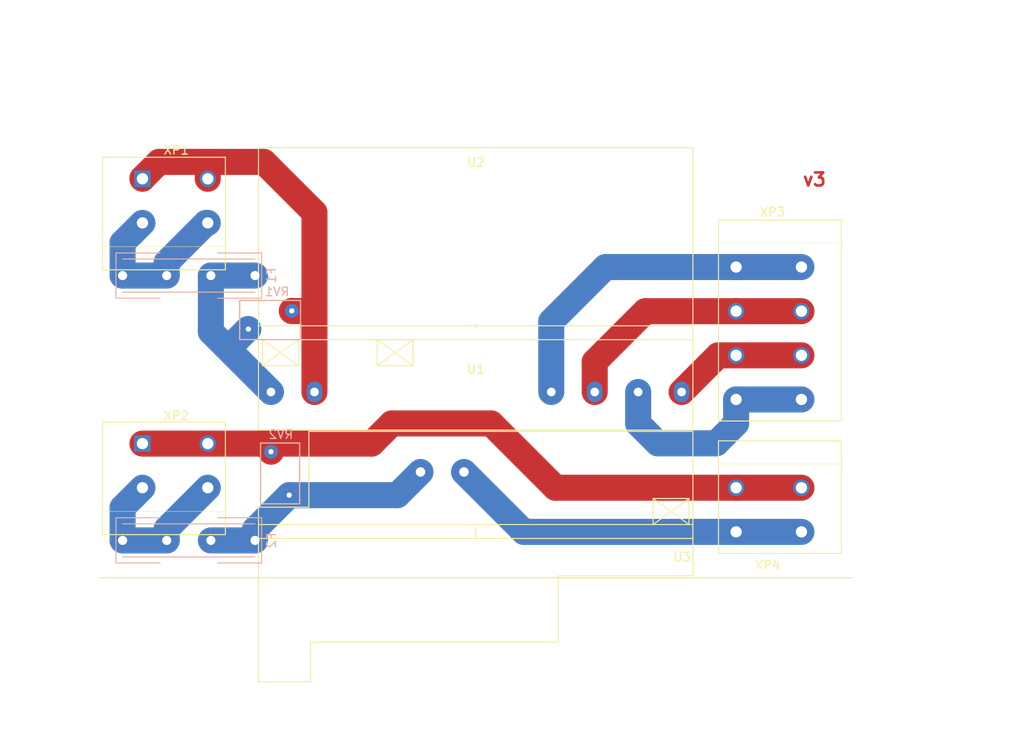
<source format=kicad_pcb>
(kicad_pcb (version 20171130) (host pcbnew "(5.1.10)-1")

  (general
    (thickness 1.6)
    (drawings 39)
    (tracks 63)
    (zones 0)
    (modules 11)
    (nets 12)
  )

  (page A4)
  (layers
    (0 F.Cu signal)
    (31 B.Cu signal)
    (32 B.Adhes user)
    (33 F.Adhes user)
    (34 B.Paste user)
    (35 F.Paste user)
    (36 B.SilkS user)
    (37 F.SilkS user)
    (38 B.Mask user)
    (39 F.Mask user)
    (40 Dwgs.User user)
    (41 Cmts.User user)
    (42 Eco1.User user)
    (43 Eco2.User user)
    (44 Edge.Cuts user)
    (45 Margin user)
    (46 B.CrtYd user)
    (47 F.CrtYd user)
    (48 B.Fab user)
    (49 F.Fab user)
  )

  (setup
    (last_trace_width 0.25)
    (user_trace_width 0.3)
    (user_trace_width 0.4)
    (user_trace_width 0.5)
    (user_trace_width 0.6)
    (user_trace_width 0.7)
    (user_trace_width 0.8)
    (user_trace_width 1)
    (user_trace_width 1.4)
    (user_trace_width 2)
    (trace_clearance 0.2)
    (zone_clearance 0.254)
    (zone_45_only yes)
    (trace_min 0.2)
    (via_size 0.8)
    (via_drill 0.4)
    (via_min_size 0.4)
    (via_min_drill 0.3)
    (user_via 1 0.5)
    (user_via 1.1 0.6)
    (user_via 1.2 0.7)
    (user_via 1.6 1)
    (user_via 1.8 1.2)
    (user_via 2 1.4)
    (user_via 2.4 1.8)
    (uvia_size 0.3)
    (uvia_drill 0.1)
    (uvias_allowed no)
    (uvia_min_size 0.2)
    (uvia_min_drill 0.1)
    (edge_width 0.05)
    (segment_width 0.2)
    (pcb_text_width 0.3)
    (pcb_text_size 1.5 1.5)
    (mod_edge_width 0.12)
    (mod_text_size 1 1)
    (mod_text_width 0.15)
    (pad_size 0.75 2.1)
    (pad_drill 0)
    (pad_to_mask_clearance 0)
    (aux_axis_origin 48.673 49.397)
    (grid_origin 48.673 49.397)
    (visible_elements 7FFFFFFF)
    (pcbplotparams
      (layerselection 0x010fc_ffffffff)
      (usegerberextensions false)
      (usegerberattributes true)
      (usegerberadvancedattributes true)
      (creategerberjobfile true)
      (excludeedgelayer true)
      (linewidth 0.100000)
      (plotframeref false)
      (viasonmask false)
      (mode 1)
      (useauxorigin false)
      (hpglpennumber 1)
      (hpglpenspeed 20)
      (hpglpendiameter 15.000000)
      (psnegative false)
      (psa4output false)
      (plotreference true)
      (plotvalue true)
      (plotinvisibletext false)
      (padsonsilk false)
      (subtractmaskfromsilk true)
      (outputformat 1)
      (mirror false)
      (drillshape 0)
      (scaleselection 1)
      (outputdirectory "Gerbers/"))
  )

  (net 0 "")
  (net 1 "Net-(F1-Pad1)")
  (net 2 "Net-(F1-Pad2)")
  (net 3 "Net-(U2-Pad6)")
  (net 4 "Net-(U2-Pad3)")
  (net 5 "Net-(U2-Pad4)")
  (net 6 "Net-(U2-Pad5)")
  (net 7 "Net-(RV1-Pad2)")
  (net 8 "Net-(F2-Pad1)")
  (net 9 "Net-(F2-Pad2)")
  (net 10 "Net-(RV2-Pad2)")
  (net 11 "Net-(U3-Pad1)")

  (net_class Default "This is the default net class."
    (clearance 0.2)
    (trace_width 0.25)
    (via_dia 0.8)
    (via_drill 0.4)
    (uvia_dia 0.3)
    (uvia_drill 0.1)
    (add_net "Net-(F1-Pad1)")
    (add_net "Net-(F1-Pad2)")
    (add_net "Net-(F2-Pad1)")
    (add_net "Net-(F2-Pad2)")
    (add_net "Net-(RV1-Pad2)")
    (add_net "Net-(RV2-Pad2)")
    (add_net "Net-(U2-Pad3)")
    (add_net "Net-(U2-Pad4)")
    (add_net "Net-(U2-Pad5)")
    (add_net "Net-(U2-Pad6)")
    (add_net "Net-(U3-Pad1)")
  )

  (module Modules:Fan_controller_v3 (layer F.Cu) (tedit 61D1CEFB) (tstamp 61D0ED91)
    (at 91.923 94.874 180)
    (path /621EE1E1)
    (fp_text reference U3 (at -23.749 -2.129 180) (layer F.SilkS)
      (effects (font (size 1 1) (thickness 0.15)))
    )
    (fp_text value Fan_control_module_v3 (at 0 -11.049 180) (layer F.Fab)
      (effects (font (size 1 1) (thickness 0.15)))
    )
    (fp_line (start -20.414 4.6) (end -20.414 1.6) (layer F.SilkS) (width 0.12))
    (fp_line (start -24.544 4.6) (end -24.544 1.6) (layer F.SilkS) (width 0.12))
    (fp_line (start -25 1.6) (end 25 1.6) (layer F.SilkS) (width 0.12))
    (fp_line (start -25 0) (end 25 0) (layer F.SilkS) (width 0.12))
    (fp_line (start 19.2 12.319) (end -25 12.319) (layer F.SilkS) (width 0.12))
    (fp_line (start 25 -16.5) (end 25 3.6) (layer F.SilkS) (width 0.12))
    (fp_line (start -9.5 -11.938) (end 19 -11.938) (layer F.SilkS) (width 0.12))
    (fp_line (start -25 12.319) (end -25 -4.3) (layer F.SilkS) (width 0.12))
    (fp_line (start -25 12.319) (end 19.2 12.319) (layer F.CrtYd) (width 0.12))
    (fp_line (start 19.2 12.319) (end 19.2 3.6) (layer F.CrtYd) (width 0.12))
    (fp_line (start 19 0) (end -25 0) (layer F.CrtYd) (width 0.12))
    (fp_line (start -25 0) (end -25 12.319) (layer F.CrtYd) (width 0.12))
    (fp_line (start 0 0) (end 0 1.27) (layer F.SilkS) (width 0.12))
    (fp_line (start -24.544 1.6) (end -20.414 4.6) (layer F.SilkS) (width 0.12))
    (fp_line (start -20.414 4.6) (end -24.544 4.6) (layer F.SilkS) (width 0.12))
    (fp_line (start -24.544 4.6) (end -20.414 1.6) (layer F.SilkS) (width 0.12))
    (fp_line (start -9.5 -11.938) (end -9.5 -4.3) (layer F.SilkS) (width 0.12))
    (fp_line (start -25 -4.3) (end -9.5 -4.3) (layer F.SilkS) (width 0.12))
    (fp_line (start 19 -11.938) (end 19 -16.5) (layer F.SilkS) (width 0.12))
    (fp_line (start 25 -16.5) (end 19 -16.5) (layer F.SilkS) (width 0.12))
    (fp_line (start 25 3.6) (end 19.2 3.6) (layer F.SilkS) (width 0.12))
    (fp_line (start 19.2 3.6) (end 19.2 12.319) (layer F.SilkS) (width 0.12))
    (fp_line (start 19 0) (end 19 -16.5) (layer F.CrtYd) (width 0.12))
    (fp_line (start 19 -16.5) (end 25 -16.5) (layer F.CrtYd) (width 0.12))
    (fp_line (start 25 -16.5) (end 25 3.6) (layer F.CrtYd) (width 0.12))
    (fp_line (start 25 3.6) (end 19.2 3.6) (layer F.CrtYd) (width 0.12))
    (fp_text user %R (at 0 10.16 180) (layer F.Fab)
      (effects (font (size 1 1) (thickness 0.15)))
    )
    (pad 1 thru_hole rect (at 1.35 7.65) (size 1.7 1.7) (drill 1.1) (layers *.Cu *.Mask)
      (net 11 "Net-(U3-Pad1)"))
    (pad 2 thru_hole circle (at 6.35 7.65) (size 1.6 1.6) (drill 1.1) (layers *.Cu *.Mask)
      (net 8 "Net-(F2-Pad1)"))
    (model ${KIPRJMOD}/../Fan_controller_v3/Fan_controller_v3.step
      (at (xyz 0 0 0))
      (scale (xyz 1 1 1))
      (rotate (xyz -90 0 0))
    )
  )

  (module Modules:Power_manager_v3 (layer F.Cu) (tedit 61D1EC6C) (tstamp 61A172A1)
    (at 91.923 70.397)
    (path /6218B0A9)
    (fp_text reference U2 (at 0 -18.796 180) (layer F.SilkS)
      (effects (font (size 1 1) (thickness 0.15)))
    )
    (fp_text value Power_manager_v3-Modules (at 0 -1.702 180) (layer F.Fab)
      (effects (font (size 1 1) (thickness 0.15)))
    )
    (fp_line (start -11.336 4.6) (end -7.206 4.6) (layer F.SilkS) (width 0.12))
    (fp_line (start -7.206 4.6) (end -7.206 1.6) (layer F.SilkS) (width 0.12))
    (fp_line (start -11.336 4.6) (end -11.336 1.6) (layer F.SilkS) (width 0.12))
    (fp_line (start -7.206 4.6) (end -11.336 1.6) (layer F.SilkS) (width 0.12))
    (fp_line (start -11.336 1.6) (end -7.206 1.6) (layer F.SilkS) (width 0.12))
    (fp_line (start -7.206 1.6) (end -11.336 4.6) (layer F.SilkS) (width 0.12))
    (fp_line (start -24.544 4.6) (end -20.414 4.6) (layer F.SilkS) (width 0.12))
    (fp_line (start -20.414 4.6) (end -20.414 1.6) (layer F.SilkS) (width 0.12))
    (fp_line (start 25 12) (end 25 -20.5) (layer F.SilkS) (width 0.12))
    (fp_line (start 25 -20.5) (end -25 -20.5) (layer F.SilkS) (width 0.12))
    (fp_line (start -25 -20.5) (end -25 12) (layer F.SilkS) (width 0.12))
    (fp_line (start -25 12) (end 25 12) (layer F.SilkS) (width 0.12))
    (fp_line (start 25 0) (end -25 0) (layer F.SilkS) (width 0.12))
    (fp_line (start 25 1.6) (end -25 1.6) (layer F.SilkS) (width 0.12))
    (fp_line (start 0 0.254) (end 0 -0.254) (layer F.SilkS) (width 0.12))
    (fp_line (start -24.544 4.6) (end -24.544 1.6) (layer F.SilkS) (width 0.12))
    (fp_line (start -20.414 4.6) (end -24.544 1.6) (layer F.SilkS) (width 0.12))
    (fp_line (start -24.544 1.6) (end -20.414 1.6) (layer F.SilkS) (width 0.12))
    (fp_line (start -20.414 1.6) (end -24.544 4.6) (layer F.SilkS) (width 0.12))
    (pad 5 thru_hole oval (at 18.6995 7.62 180) (size 1.8 2.4) (drill 1) (layers *.Cu *.Mask)
      (net 6 "Net-(U2-Pad5)"))
    (pad 4 thru_hole oval (at 13.6995 7.62 180) (size 1.8 2.4) (drill 1) (layers *.Cu *.Mask)
      (net 5 "Net-(U2-Pad4)"))
    (pad 3 thru_hole oval (at 8.6995 7.62 180) (size 1.8 2.4) (drill 1) (layers *.Cu *.Mask)
      (net 4 "Net-(U2-Pad3)"))
    (pad 2 thru_hole oval (at -18.5585 7.62 180) (size 1.8 2.4) (drill 1) (layers *.Cu *.Mask)
      (net 7 "Net-(RV1-Pad2)"))
    (pad 1 thru_hole rect (at -23.5585 7.62 180) (size 1.8 2.4) (drill 1) (layers *.Cu *.Mask)
      (net 1 "Net-(F1-Pad1)"))
    (pad 6 thru_hole oval (at 23.6995 7.62 180) (size 1.8 2.4) (drill 1) (layers *.Cu *.Mask)
      (net 3 "Net-(U2-Pad6)"))
    (model ${KIPRJMOD}/../Power_manager_v3/Power_manager_v3.step
      (at (xyz 0 0 0))
      (scale (xyz 1 1 1))
      (rotate (xyz -90 0 0))
    )
  )

  (module Modules:Virtual_Digital_module_v3 (layer F.Cu) (tedit 619F4D73) (tstamp 61D60638)
    (at 91.923 74.397)
    (path /63FC2A9F)
    (fp_text reference U1 (at 0 1) (layer F.SilkS)
      (effects (font (size 1 1) (thickness 0.15)))
    )
    (fp_text value Virtual_Digital_module_v3 (at 0 -1) (layer F.Fab)
      (effects (font (size 1 1) (thickness 0.15)))
    )
    (fp_line (start -0.25 -0.25) (end 0.25 0.25) (layer Dwgs.User) (width 0.12))
    (fp_line (start -0.25 0.25) (end 0.25 -0.25) (layer Dwgs.User) (width 0.12))
    (model ${KIPRJMOD}/../Digital_module_v3/Digital_module_v3.step
      (offset (xyz 0 0 28.6))
      (scale (xyz 1 1 1))
      (rotate (xyz 0 0 0))
    )
  )

  (module Modules:XY122R-5.08-02P-14 (layer F.Cu) (tedit 60689E36) (tstamp 61D09A78)
    (at 129.465 94.117 90)
    (path /6223BA47)
    (fp_text reference XP4 (at -3.81 -3.937) (layer F.SilkS)
      (effects (font (size 1 1) (thickness 0.15)))
    )
    (fp_text value LoadX (at 4.445 -11.43 90) (layer F.Fab)
      (effects (font (size 1 1) (thickness 0.15)))
    )
    (fp_line (start -2.477 4.537) (end -2.477 -9.597) (layer F.SilkS) (width 0.12))
    (fp_line (start 10.477 4.537) (end -2.477 4.537) (layer F.SilkS) (width 0.12))
    (fp_line (start 10.477 -9.597) (end 10.477 4.537) (layer F.SilkS) (width 0.12))
    (fp_line (start -2.477 -9.597) (end 10.477 -9.597) (layer F.SilkS) (width 0.12))
    (fp_line (start -2.35 -9.47) (end -2.35 4.41) (layer F.CrtYd) (width 0.05))
    (fp_line (start 10.35 -9.47) (end 10.35 4.41) (layer F.CrtYd) (width 0.05))
    (fp_line (start 7.81 -9.597) (end 7.81 4.5) (layer F.SilkS) (width 0.05))
    (fp_line (start -2.35 -9.47) (end 10.35 -9.47) (layer F.CrtYd) (width 0.05))
    (fp_line (start -2.35 4.41) (end 10.35 4.41) (layer F.CrtYd) (width 0.05))
    (fp_line (start 9.144 -7.62) (end 9.144 0.508) (layer Dwgs.User) (width 0.12))
    (fp_line (start 9.144 0.508) (end 8.636 -1.016) (layer Dwgs.User) (width 0.12))
    (fp_line (start 8.636 -1.016) (end 9.652 -1.016) (layer Dwgs.User) (width 0.12))
    (fp_line (start 9.652 -1.016) (end 9.144 0.508) (layer Dwgs.User) (width 0.12))
    (pad 2 thru_hole circle (at 5.08 -0.05 90) (size 1.9 1.9) (drill 1.3) (layers *.Cu *.Mask)
      (net 10 "Net-(RV2-Pad2)"))
    (pad 2 thru_hole circle (at 5.08 -7.57 90) (size 1.9 1.9) (drill 1.3) (layers *.Cu *.Mask)
      (net 10 "Net-(RV2-Pad2)"))
    (pad 1 thru_hole rect (at 0 -0.05 90) (size 1.9 1.9) (drill 1.3) (layers *.Cu *.Mask)
      (net 11 "Net-(U3-Pad1)"))
    (pad 1 thru_hole circle (at 0 -7.57 90) (size 1.9 1.9) (drill 1.3) (layers *.Cu *.Mask)
      (net 11 "Net-(U3-Pad1)"))
    (model ${KIPRJMOD}/../../KiCAD_libraries/3D-models/KF142R-5_08-02P.STEP
      (offset (xyz -22.9 -4.75 0))
      (scale (xyz 1 1 1))
      (rotate (xyz -90 0 0))
    )
  )

  (module Modules:XY122R-5.08-02P-14 (layer F.Cu) (tedit 60689E36) (tstamp 61D09A33)
    (at 53.519 83.957 270)
    (path /62221B61)
    (fp_text reference XP2 (at -3.21 -3.937) (layer F.SilkS)
      (effects (font (size 1 1) (thickness 0.15)))
    )
    (fp_text value ACin (at 4.283 -10.464 90) (layer F.Fab) hide
      (effects (font (size 1 1) (thickness 0.15)))
    )
    (fp_line (start -2.477 4.537) (end -2.477 -9.597) (layer F.SilkS) (width 0.12))
    (fp_line (start 10.477 4.537) (end -2.477 4.537) (layer F.SilkS) (width 0.12))
    (fp_line (start 10.477 -9.597) (end 10.477 4.537) (layer F.SilkS) (width 0.12))
    (fp_line (start -2.477 -9.597) (end 10.477 -9.597) (layer F.SilkS) (width 0.12))
    (fp_line (start -2.35 -9.47) (end -2.35 4.41) (layer F.CrtYd) (width 0.05))
    (fp_line (start 10.35 -9.47) (end 10.35 4.41) (layer F.CrtYd) (width 0.05))
    (fp_line (start 7.81 -9.597) (end 7.81 4.5) (layer F.SilkS) (width 0.05))
    (fp_line (start -2.35 -9.47) (end 10.35 -9.47) (layer F.CrtYd) (width 0.05))
    (fp_line (start -2.35 4.41) (end 10.35 4.41) (layer F.CrtYd) (width 0.05))
    (fp_line (start 9.144 -7.62) (end 9.144 0.508) (layer Dwgs.User) (width 0.12))
    (fp_line (start 9.144 0.508) (end 8.636 -1.016) (layer Dwgs.User) (width 0.12))
    (fp_line (start 8.636 -1.016) (end 9.652 -1.016) (layer Dwgs.User) (width 0.12))
    (fp_line (start 9.652 -1.016) (end 9.144 0.508) (layer Dwgs.User) (width 0.12))
    (pad 2 thru_hole circle (at 5.08 -0.05 270) (size 1.9 1.9) (drill 1.3) (layers *.Cu *.Mask)
      (net 9 "Net-(F2-Pad2)"))
    (pad 2 thru_hole circle (at 5.08 -7.57 270) (size 1.9 1.9) (drill 1.3) (layers *.Cu *.Mask)
      (net 9 "Net-(F2-Pad2)"))
    (pad 1 thru_hole rect (at 0 -0.05 270) (size 1.9 1.9) (drill 1.3) (layers *.Cu *.Mask)
      (net 10 "Net-(RV2-Pad2)"))
    (pad 1 thru_hole circle (at 0 -7.57 270) (size 1.9 1.9) (drill 1.3) (layers *.Cu *.Mask)
      (net 10 "Net-(RV2-Pad2)"))
    (model ${KIPRJMOD}/../../KiCAD_libraries/3D-models/KF142R-5_08-02P.STEP
      (offset (xyz -22.9 -4.75 0))
      (scale (xyz 1 1 1))
      (rotate (xyz -90 0 0))
    )
  )

  (module Varistor:RV_Disc_D7mm_W4.5mm_P5mm (layer B.Cu) (tedit 5A0F68DF) (tstamp 61D099A6)
    (at 70.46 89.891 90)
    (descr "Varistor, diameter 7mm, width 4.5mm, pitch 5mm")
    (tags "varistor SIOV")
    (path /622DE5D3)
    (fp_text reference RV2 (at 6.985 -0.957 180) (layer B.SilkS)
      (effects (font (size 1 1) (thickness 0.15)) (justify mirror))
    )
    (fp_text value 470V (at 4.572 1.964 270) (layer B.Fab) hide
      (effects (font (size 1 1) (thickness 0.15)) (justify mirror))
    )
    (fp_line (start -1 1.2) (end -1 -3.3) (layer B.Fab) (width 0.1))
    (fp_line (start 6 1.2) (end 6 -3.3) (layer B.Fab) (width 0.1))
    (fp_line (start -1 1.2) (end 6 1.2) (layer B.Fab) (width 0.1))
    (fp_line (start -1 -3.3) (end 6 -3.3) (layer B.Fab) (width 0.1))
    (fp_line (start -1 1.2) (end -1 -3.3) (layer B.SilkS) (width 0.15))
    (fp_line (start 6 1.2) (end 6 -3.3) (layer B.SilkS) (width 0.15))
    (fp_line (start -1 1.2) (end 6 1.2) (layer B.SilkS) (width 0.15))
    (fp_line (start -1 -3.3) (end 6 -3.3) (layer B.SilkS) (width 0.15))
    (fp_line (start -1.25 1.45) (end -1.25 -3.55) (layer B.CrtYd) (width 0.05))
    (fp_line (start 6.25 1.45) (end 6.25 -3.55) (layer B.CrtYd) (width 0.05))
    (fp_line (start -1.25 1.45) (end 6.25 1.45) (layer B.CrtYd) (width 0.05))
    (fp_line (start -1.25 -3.55) (end 6.25 -3.55) (layer B.CrtYd) (width 0.05))
    (fp_text user %R (at 2.5 -1.05 270) (layer B.Fab) hide
      (effects (font (size 1 1) (thickness 0.15)) (justify mirror))
    )
    (pad 2 thru_hole circle (at 5 -2.1 90) (size 1.6 1.6) (drill 0.6) (layers *.Cu *.Mask)
      (net 10 "Net-(RV2-Pad2)"))
    (pad 1 thru_hole circle (at 0 0 90) (size 1.6 1.6) (drill 0.6) (layers *.Cu *.Mask)
      (net 8 "Net-(F2-Pad1)"))
    (model ${KISYS3DMOD}/Varistor.3dshapes/RV_Disc_D7mm_W4.5mm_P5mm.wrl
      (at (xyz 0 0 0))
      (scale (xyz 1 1 1))
      (rotate (xyz 0 0 0))
    )
  )

  (module Modules:FC-05C-E_4x15 (layer B.Cu) (tedit 5FCA5BCB) (tstamp 61D0996F)
    (at 66.523 95.098 180)
    (path /622DE5C8)
    (fp_text reference F2 (at -1.905 0 270) (layer B.SilkS)
      (effects (font (size 1 1) (thickness 0.15)) (justify mirror))
    )
    (fp_text value 0.5A (at 7.62 3.81) (layer B.Fab)
      (effects (font (size 1 1) (thickness 0.15)) (justify mirror))
    )
    (fp_line (start -0.762 -2.6) (end -0.762 2.6) (layer B.CrtYd) (width 0.05))
    (fp_line (start -0.762 -2.6) (end 16.002 -2.6) (layer B.CrtYd) (width 0.05))
    (fp_line (start 16.002 2.6) (end 16.002 -2.6) (layer B.CrtYd) (width 0.05))
    (fp_line (start -0.762 2.6) (end 16.002 2.6) (layer B.CrtYd) (width 0.05))
    (fp_line (start -0.762 2.6035) (end -0.762 -2.6035) (layer B.SilkS) (width 0.12))
    (fp_line (start 4.318 2.6035) (end -0.762 2.6035) (layer B.SilkS) (width 0.12))
    (fp_line (start -0.762 -2.6035) (end 4.318 -2.6035) (layer B.SilkS) (width 0.12))
    (fp_line (start 16.002 2.6035) (end 16.002 -2.6035) (layer B.SilkS) (width 0.12))
    (fp_line (start 15.24 1.905) (end 0 1.905) (layer B.SilkS) (width 0.12))
    (fp_line (start 0 -1.905) (end 15.24 -1.905) (layer B.SilkS) (width 0.12))
    (fp_line (start 16.002 2.6035) (end 10.922 2.6035) (layer B.SilkS) (width 0.12))
    (fp_line (start 10.922 -2.6035) (end 16.002 -2.6035) (layer B.SilkS) (width 0.12))
    (pad 1 thru_hole circle (at 5.08 0 180) (size 1.6 1.6) (drill 1.05) (layers *.Cu *.Mask)
      (net 8 "Net-(F2-Pad1)"))
    (pad 2 thru_hole circle (at 15.24 0 180) (size 1.6 1.6) (drill 1.05) (layers *.Cu *.Mask)
      (net 9 "Net-(F2-Pad2)"))
    (pad 1 thru_hole circle (at 0 0 180) (size 1.6 1.6) (drill 1.05) (layers *.Cu *.Mask)
      (net 8 "Net-(F2-Pad1)"))
    (pad 2 thru_hole circle (at 10.16 0 180) (size 1.6 1.6) (drill 1.05) (layers *.Cu *.Mask)
      (net 9 "Net-(F2-Pad2)"))
  )

  (module Modules:XY122R-5.08-04P-14 (layer F.Cu) (tedit 60689F84) (tstamp 61C86567)
    (at 129.465 78.877 90)
    (path /609324F4)
    (fp_text reference XP3 (at 21.59 -3.379) (layer F.SilkS)
      (effects (font (size 1 1) (thickness 0.15)))
    )
    (fp_text value LoadX (at 8.89 -11.43 90) (layer F.Fab)
      (effects (font (size 1 1) (thickness 0.15)))
    )
    (fp_line (start -2.477 4.537) (end -2.477 -9.597) (layer F.SilkS) (width 0.12))
    (fp_line (start 20.637 4.537) (end -2.477 4.537) (layer F.SilkS) (width 0.12))
    (fp_line (start 20.637 -9.597) (end 20.637 4.537) (layer F.SilkS) (width 0.12))
    (fp_line (start -2.477 -9.597) (end 20.637 -9.597) (layer F.SilkS) (width 0.12))
    (fp_line (start -2.35 -9.47) (end -2.35 4.41) (layer F.CrtYd) (width 0.05))
    (fp_line (start 20.51 -9.47) (end 20.51 4.41) (layer F.CrtYd) (width 0.05))
    (fp_line (start 17.97 -9.597) (end 17.97 4.5) (layer F.SilkS) (width 0.05))
    (fp_line (start -2.35 -9.47) (end 20.51 -9.47) (layer F.CrtYd) (width 0.05))
    (fp_line (start -2.35 4.41) (end 20.51 4.41) (layer F.CrtYd) (width 0.05))
    (fp_line (start 19.304 -7.62) (end 19.304 0.508) (layer Dwgs.User) (width 0.12))
    (fp_line (start 19.304 0.508) (end 18.796 -1.016) (layer Dwgs.User) (width 0.12))
    (fp_line (start 18.796 -1.016) (end 19.812 -1.016) (layer Dwgs.User) (width 0.12))
    (fp_line (start 19.812 -1.016) (end 19.304 0.508) (layer Dwgs.User) (width 0.12))
    (pad 4 thru_hole circle (at 15.24 -0.05 90) (size 1.9 1.9) (drill 1.3) (layers *.Cu *.Mask)
      (net 4 "Net-(U2-Pad3)"))
    (pad 4 thru_hole circle (at 15.24 -7.57 90) (size 1.9 1.9) (drill 1.3) (layers *.Cu *.Mask)
      (net 4 "Net-(U2-Pad3)"))
    (pad 3 thru_hole circle (at 10.16 -0.05 90) (size 1.9 1.9) (drill 1.3) (layers *.Cu *.Mask)
      (net 5 "Net-(U2-Pad4)"))
    (pad 3 thru_hole circle (at 10.16 -7.57 90) (size 1.9 1.9) (drill 1.3) (layers *.Cu *.Mask)
      (net 5 "Net-(U2-Pad4)"))
    (pad 2 thru_hole circle (at 5.08 -0.05 90) (size 1.9 1.9) (drill 1.3) (layers *.Cu *.Mask)
      (net 3 "Net-(U2-Pad6)"))
    (pad 2 thru_hole circle (at 5.08 -7.57 90) (size 1.9 1.9) (drill 1.3) (layers *.Cu *.Mask)
      (net 3 "Net-(U2-Pad6)"))
    (pad 1 thru_hole rect (at 0 -0.05 90) (size 1.9 1.9) (drill 1.3) (layers *.Cu *.Mask)
      (net 6 "Net-(U2-Pad5)"))
    (pad 1 thru_hole circle (at 0 -7.57 90) (size 1.9 1.9) (drill 1.3) (layers *.Cu *.Mask)
      (net 6 "Net-(U2-Pad5)"))
    (model ${KIPRJMOD}/../../KiCAD_libraries/3D-models/KF142R-5_08-04P.STEP
      (offset (xyz -12.7 -4.7 0))
      (scale (xyz 1 1 1))
      (rotate (xyz -90 0 0))
    )
  )

  (module Modules:XY122R-5.08-02P-14 (layer F.Cu) (tedit 60689E36) (tstamp 61C864F7)
    (at 53.519 53.477 270)
    (path /62220B66)
    (fp_text reference XP1 (at -3.302 -3.937) (layer F.SilkS)
      (effects (font (size 1 1) (thickness 0.15)))
    )
    (fp_text value ACin (at 2.413 -10.464 90) (layer F.Fab)
      (effects (font (size 1 1) (thickness 0.15)))
    )
    (fp_line (start 9.652 -1.016) (end 9.144 0.508) (layer Dwgs.User) (width 0.12))
    (fp_line (start 8.636 -1.016) (end 9.652 -1.016) (layer Dwgs.User) (width 0.12))
    (fp_line (start 9.144 0.508) (end 8.636 -1.016) (layer Dwgs.User) (width 0.12))
    (fp_line (start 9.144 -7.62) (end 9.144 0.508) (layer Dwgs.User) (width 0.12))
    (fp_line (start -2.35 4.41) (end 10.35 4.41) (layer F.CrtYd) (width 0.05))
    (fp_line (start -2.35 -9.47) (end 10.35 -9.47) (layer F.CrtYd) (width 0.05))
    (fp_line (start 7.81 -9.597) (end 7.81 4.5) (layer F.SilkS) (width 0.05))
    (fp_line (start 10.35 -9.47) (end 10.35 4.41) (layer F.CrtYd) (width 0.05))
    (fp_line (start -2.35 -9.47) (end -2.35 4.41) (layer F.CrtYd) (width 0.05))
    (fp_line (start -2.477 -9.597) (end 10.477 -9.597) (layer F.SilkS) (width 0.12))
    (fp_line (start 10.477 -9.597) (end 10.477 4.537) (layer F.SilkS) (width 0.12))
    (fp_line (start 10.477 4.537) (end -2.477 4.537) (layer F.SilkS) (width 0.12))
    (fp_line (start -2.477 4.537) (end -2.477 -9.597) (layer F.SilkS) (width 0.12))
    (pad 2 thru_hole circle (at 5.08 -0.05 270) (size 1.9 1.9) (drill 1.3) (layers *.Cu *.Mask)
      (net 2 "Net-(F1-Pad2)"))
    (pad 2 thru_hole circle (at 5.08 -7.57 270) (size 1.9 1.9) (drill 1.3) (layers *.Cu *.Mask)
      (net 2 "Net-(F1-Pad2)"))
    (pad 1 thru_hole rect (at 0 -0.05 270) (size 1.9 1.9) (drill 1.3) (layers *.Cu *.Mask)
      (net 7 "Net-(RV1-Pad2)"))
    (pad 1 thru_hole circle (at 0 -7.57 270) (size 1.9 1.9) (drill 1.3) (layers *.Cu *.Mask)
      (net 7 "Net-(RV1-Pad2)"))
    (model ${KIPRJMOD}/../../KiCAD_libraries/3D-models/KF142R-5_08-02P.STEP
      (offset (xyz -22.9 -4.75 0))
      (scale (xyz 1 1 1))
      (rotate (xyz -90 0 0))
    )
  )

  (module Varistor:RV_Disc_D7mm_W4.5mm_P5mm (layer B.Cu) (tedit 5A0F68DF) (tstamp 61D0DBC6)
    (at 65.761 70.782)
    (descr "Varistor, diameter 7mm, width 4.5mm, pitch 5mm")
    (tags "varistor SIOV")
    (path /5FC9DD8F)
    (fp_text reference RV1 (at 3.302 -4.3 180) (layer B.SilkS)
      (effects (font (size 1 1) (thickness 0.15)) (justify mirror))
    )
    (fp_text value 470V (at 2.5 2.2 180) (layer B.Fab) hide
      (effects (font (size 1 1) (thickness 0.15)) (justify mirror))
    )
    (fp_line (start -1.25 -3.55) (end 6.25 -3.55) (layer B.CrtYd) (width 0.05))
    (fp_line (start -1.25 1.45) (end 6.25 1.45) (layer B.CrtYd) (width 0.05))
    (fp_line (start 6.25 1.45) (end 6.25 -3.55) (layer B.CrtYd) (width 0.05))
    (fp_line (start -1.25 1.45) (end -1.25 -3.55) (layer B.CrtYd) (width 0.05))
    (fp_line (start -1 -3.3) (end 6 -3.3) (layer B.SilkS) (width 0.15))
    (fp_line (start -1 1.2) (end 6 1.2) (layer B.SilkS) (width 0.15))
    (fp_line (start 6 1.2) (end 6 -3.3) (layer B.SilkS) (width 0.15))
    (fp_line (start -1 1.2) (end -1 -3.3) (layer B.SilkS) (width 0.15))
    (fp_line (start -1 -3.3) (end 6 -3.3) (layer B.Fab) (width 0.1))
    (fp_line (start -1 1.2) (end 6 1.2) (layer B.Fab) (width 0.1))
    (fp_line (start 6 1.2) (end 6 -3.3) (layer B.Fab) (width 0.1))
    (fp_line (start -1 1.2) (end -1 -3.3) (layer B.Fab) (width 0.1))
    (fp_text user %R (at 2.5 -1.05 180) (layer B.Fab) hide
      (effects (font (size 1 1) (thickness 0.15)) (justify mirror))
    )
    (pad 2 thru_hole circle (at 5 -2.1) (size 1.6 1.6) (drill 0.6) (layers *.Cu *.Mask)
      (net 7 "Net-(RV1-Pad2)"))
    (pad 1 thru_hole circle (at 0 0) (size 1.6 1.6) (drill 0.6) (layers *.Cu *.Mask)
      (net 1 "Net-(F1-Pad1)"))
    (model ${KISYS3DMOD}/Varistor.3dshapes/RV_Disc_D7mm_W4.5mm_P5mm.wrl
      (at (xyz 0 0 0))
      (scale (xyz 1 1 1))
      (rotate (xyz 0 0 0))
    )
  )

  (module Modules:FC-05C-E_4x15 (layer B.Cu) (tedit 5FCA5BCB) (tstamp 61D0CBF7)
    (at 66.523 64.618 180)
    (path /5FC9D27F)
    (fp_text reference F1 (at -1.905 0 270) (layer B.SilkS)
      (effects (font (size 1 1) (thickness 0.15)) (justify mirror))
    )
    (fp_text value 0.5A (at 7.62 3.81) (layer B.Fab) hide
      (effects (font (size 1 1) (thickness 0.15)) (justify mirror))
    )
    (fp_line (start 10.922 -2.6035) (end 16.002 -2.6035) (layer B.SilkS) (width 0.12))
    (fp_line (start 16.002 2.6035) (end 10.922 2.6035) (layer B.SilkS) (width 0.12))
    (fp_line (start 0 -1.905) (end 15.24 -1.905) (layer B.SilkS) (width 0.12))
    (fp_line (start 15.24 1.905) (end 0 1.905) (layer B.SilkS) (width 0.12))
    (fp_line (start 16.002 2.6035) (end 16.002 -2.6035) (layer B.SilkS) (width 0.12))
    (fp_line (start -0.762 -2.6035) (end 4.318 -2.6035) (layer B.SilkS) (width 0.12))
    (fp_line (start 4.318 2.6035) (end -0.762 2.6035) (layer B.SilkS) (width 0.12))
    (fp_line (start -0.762 2.6035) (end -0.762 -2.6035) (layer B.SilkS) (width 0.12))
    (fp_line (start -0.762 2.6) (end 16.002 2.6) (layer B.CrtYd) (width 0.05))
    (fp_line (start 16.002 2.6) (end 16.002 -2.6) (layer B.CrtYd) (width 0.05))
    (fp_line (start -0.762 -2.6) (end 16.002 -2.6) (layer B.CrtYd) (width 0.05))
    (fp_line (start -0.762 -2.6) (end -0.762 2.6) (layer B.CrtYd) (width 0.05))
    (pad 1 thru_hole circle (at 5.08 0 180) (size 1.6 1.6) (drill 1.05) (layers *.Cu *.Mask)
      (net 1 "Net-(F1-Pad1)"))
    (pad 2 thru_hole circle (at 15.24 0 180) (size 1.6 1.6) (drill 1.05) (layers *.Cu *.Mask)
      (net 2 "Net-(F1-Pad2)"))
    (pad 1 thru_hole circle (at 0 0 180) (size 1.6 1.6) (drill 1.05) (layers *.Cu *.Mask)
      (net 1 "Net-(F1-Pad1)"))
    (pad 2 thru_hole circle (at 10.16 0 180) (size 1.6 1.6) (drill 1.05) (layers *.Cu *.Mask)
      (net 2 "Net-(F1-Pad2)"))
  )

  (gr_text v3 (at 130.912 53.569) (layer F.Cu)
    (effects (font (size 1.5 1.5) (thickness 0.3)))
  )
  (dimension 14.15 (width 0.15) (layer Eco2.User)
    (gr_text "14,150 мм" (at 128.098 38.807) (layer Eco2.User)
      (effects (font (size 1 1) (thickness 0.15)))
    )
    (feature1 (pts (xy 121.023 49.397) (xy 121.023 39.520579)))
    (feature2 (pts (xy 135.173 49.397) (xy 135.173 39.520579)))
    (crossbar (pts (xy 135.173 40.107) (xy 121.023 40.107)))
    (arrow1a (pts (xy 121.023 40.107) (xy 122.149504 39.520579)))
    (arrow1b (pts (xy 121.023 40.107) (xy 122.149504 40.693421)))
    (arrow2a (pts (xy 135.173 40.107) (xy 134.046496 39.520579)))
    (arrow2b (pts (xy 135.173 40.107) (xy 134.046496 40.693421)))
  )
  (dimension 12.4 (width 0.15) (layer Eco2.User)
    (gr_text "12,400 мм" (at 128.973 41.347) (layer Eco2.User)
      (effects (font (size 1 1) (thickness 0.15)))
    )
    (feature1 (pts (xy 135.173 49.397) (xy 135.173 42.060579)))
    (feature2 (pts (xy 122.773 49.397) (xy 122.773 42.060579)))
    (crossbar (pts (xy 122.773 42.647) (xy 135.173 42.647)))
    (arrow1a (pts (xy 135.173 42.647) (xy 134.046496 43.233421)))
    (arrow1b (pts (xy 135.173 42.647) (xy 134.046496 42.060579)))
    (arrow2a (pts (xy 122.773 42.647) (xy 123.899504 43.233421)))
    (arrow2b (pts (xy 122.773 42.647) (xy 123.899504 42.060579)))
  )
  (dimension 23.495 (width 0.15) (layer Eco1.User)
    (gr_text "23,495 мм" (at 145.293 86.1445 90) (layer Eco1.User)
      (effects (font (size 1 1) (thickness 0.15)))
    )
    (feature1 (pts (xy 68.2375 74.397) (xy 144.579421 74.397)))
    (feature2 (pts (xy 68.2375 97.892) (xy 144.579421 97.892)))
    (crossbar (pts (xy 143.993 97.892) (xy 143.993 74.397)))
    (arrow1a (pts (xy 143.993 74.397) (xy 144.579421 75.523504)))
    (arrow1b (pts (xy 143.993 74.397) (xy 143.406579 75.523504)))
    (arrow2a (pts (xy 143.993 97.892) (xy 144.579421 96.765496)))
    (arrow2b (pts (xy 143.993 97.892) (xy 143.406579 96.765496)))
  )
  (gr_line (start 48.673 99.397) (end 135.17264 99.397) (layer F.SilkS) (width 0.15) (tstamp 6004D645))
  (dimension 25 (width 0.15) (layer Eco1.User)
    (gr_text "25,000 мм" (at 148.595 86.897 90) (layer Eco1.User)
      (effects (font (size 1 1) (thickness 0.15)))
    )
    (feature1 (pts (xy 135.17264 99.397) (xy 147.881421 99.397)))
    (feature2 (pts (xy 135.17264 74.397) (xy 147.881421 74.397)))
    (crossbar (pts (xy 147.295 74.397) (xy 147.295 99.397)))
    (arrow1a (pts (xy 147.295 99.397) (xy 146.708579 98.270496)))
    (arrow1b (pts (xy 147.295 99.397) (xy 147.881421 98.270496)))
    (arrow2a (pts (xy 147.295 74.397) (xy 146.708579 75.523504)))
    (arrow2b (pts (xy 147.295 74.397) (xy 147.881421 75.523504)))
  )
  (dimension 25 (width 0.15) (layer Eco1.User)
    (gr_text "25,000 мм" (at 148.595 61.897 90) (layer Eco1.User)
      (effects (font (size 1 1) (thickness 0.15)))
    )
    (feature1 (pts (xy 135.17264 49.397) (xy 147.881421 49.397)))
    (feature2 (pts (xy 135.17264 74.397) (xy 147.881421 74.397)))
    (crossbar (pts (xy 147.295 74.397) (xy 147.295 49.397)))
    (arrow1a (pts (xy 147.295 49.397) (xy 147.881421 50.523504)))
    (arrow1b (pts (xy 147.295 49.397) (xy 146.708579 50.523504)))
    (arrow2a (pts (xy 147.295 74.397) (xy 147.881421 73.270496)))
    (arrow2b (pts (xy 147.295 74.397) (xy 146.708579 73.270496)))
  )
  (dimension 43.25 (width 0.15) (layer Eco1.User)
    (gr_text "43,250 мм" (at 70.298 36.267) (layer Eco1.User)
      (effects (font (size 1 1) (thickness 0.15)))
    )
    (feature1 (pts (xy 91.923 49.397) (xy 91.923 36.980579)))
    (feature2 (pts (xy 48.673 49.397) (xy 48.673 36.980579)))
    (crossbar (pts (xy 48.673 37.567) (xy 91.923 37.567)))
    (arrow1a (pts (xy 91.923 37.567) (xy 90.796496 38.153421)))
    (arrow1b (pts (xy 91.923 37.567) (xy 90.796496 36.980579)))
    (arrow2a (pts (xy 48.673 37.567) (xy 49.799504 38.153421)))
    (arrow2b (pts (xy 48.673 37.567) (xy 49.799504 36.980579)))
  )
  (dimension 43.25 (width 0.15) (layer Eco1.User)
    (gr_text "43,250 мм" (at 113.548 36.267) (layer Eco1.User)
      (effects (font (size 1 1) (thickness 0.15)))
    )
    (feature1 (pts (xy 91.923 49.397) (xy 91.923 36.980579)))
    (feature2 (pts (xy 135.173 49.397) (xy 135.173 36.980579)))
    (crossbar (pts (xy 135.173 37.567) (xy 91.923 37.567)))
    (arrow1a (pts (xy 91.923 37.567) (xy 93.049504 36.980579)))
    (arrow1b (pts (xy 91.923 37.567) (xy 93.049504 38.153421)))
    (arrow2a (pts (xy 135.173 37.567) (xy 134.046496 36.980579)))
    (arrow2b (pts (xy 135.173 37.567) (xy 134.046496 38.153421)))
  )
  (gr_line (start 48.673 49.397) (end 135.173 49.397) (layer Margin) (width 0.15))
  (gr_line (start 135.173 49.397) (end 135.17264 117.197) (layer Margin) (width 0.15))
  (gr_line (start 135.17264 117.197) (end 48.673 117.197) (layer Margin) (width 0.15))
  (gr_line (start 48.673 117.197) (end 48.673 49.397) (layer Margin) (width 0.15) (tstamp 5FCA393F))
  (dimension 86.5 (width 0.15) (layer Eco2.User)
    (gr_text "86,500 мм" (at 91.923 33.6) (layer Eco2.User)
      (effects (font (size 1 1) (thickness 0.15)))
    )
    (feature1 (pts (xy 135.173 49.397) (xy 135.173 34.313579)))
    (feature2 (pts (xy 48.673 49.397) (xy 48.673 34.313579)))
    (crossbar (pts (xy 48.673 34.9) (xy 135.173 34.9)))
    (arrow1a (pts (xy 135.173 34.9) (xy 134.046496 35.486421)))
    (arrow1b (pts (xy 135.173 34.9) (xy 134.046496 34.313579)))
    (arrow2a (pts (xy 48.673 34.9) (xy 49.799504 35.486421)))
    (arrow2b (pts (xy 48.673 34.9) (xy 49.799504 34.313579)))
  )
  (dimension 67.8 (width 0.15) (layer Eco2.User)
    (gr_text "67,800 мм" (at 153.675 83.297 90) (layer Eco2.User)
      (effects (font (size 1 1) (thickness 0.15)))
    )
    (feature1 (pts (xy 135.17264 117.197) (xy 152.961421 117.197)))
    (feature2 (pts (xy 135.17264 49.397) (xy 152.961421 49.397)))
    (crossbar (pts (xy 152.375 49.397) (xy 152.375 117.197)))
    (arrow1a (pts (xy 152.375 117.197) (xy 151.788579 116.070496)))
    (arrow1b (pts (xy 152.375 117.197) (xy 152.961421 116.070496)))
    (arrow2a (pts (xy 152.375 49.397) (xy 151.788579 50.523504)))
    (arrow2b (pts (xy 152.375 49.397) (xy 152.961421 50.523504)))
  )
  (dimension 1.5 (width 0.15) (layer Eco2.User)
    (gr_text "1,500 мм" (at 49.423 46.427) (layer Eco2.User)
      (effects (font (size 1 1) (thickness 0.15)) (justify right))
    )
    (feature1 (pts (xy 50.173 50.897) (xy 50.173 47.140579)))
    (feature2 (pts (xy 48.673 50.897) (xy 48.673 47.140579)))
    (crossbar (pts (xy 48.673 47.727) (xy 50.173 47.727)))
    (arrow1a (pts (xy 50.173 47.727) (xy 49.046496 48.313421)))
    (arrow1b (pts (xy 50.173 47.727) (xy 49.046496 47.140579)))
    (arrow2a (pts (xy 48.673 47.727) (xy 49.799504 48.313421)))
    (arrow2b (pts (xy 48.673 47.727) (xy 49.799504 47.140579)))
  )
  (dimension 22.2 (width 0.15) (layer Eco2.User)
    (gr_text "22,200 мм" (at 61.273 107.5105) (layer Eco2.User)
      (effects (font (size 1 1) (thickness 0.15)))
    )
    (feature1 (pts (xy 72.373 97.897) (xy 72.373 106.796921)))
    (feature2 (pts (xy 50.173 97.897) (xy 50.173 106.796921)))
    (crossbar (pts (xy 50.173 106.2105) (xy 72.373 106.2105)))
    (arrow1a (pts (xy 72.373 106.2105) (xy 71.246496 106.796921)))
    (arrow1b (pts (xy 72.373 106.2105) (xy 71.246496 105.624079)))
    (arrow2a (pts (xy 50.173 106.2105) (xy 51.299504 106.796921)))
    (arrow2b (pts (xy 50.173 106.2105) (xy 51.299504 105.624079)))
  )
  (dimension 23.1 (width 0.15) (layer Eco2.User)
    (gr_text "23,100 мм" (at 40.839 86.347 90) (layer Eco2.User)
      (effects (font (size 1 1) (thickness 0.15)))
    )
    (feature1 (pts (xy 50.173 97.897) (xy 41.552579 97.897)))
    (feature2 (pts (xy 50.173 74.797) (xy 41.552579 74.797)))
    (crossbar (pts (xy 42.139 74.797) (xy 42.139 97.897)))
    (arrow1a (pts (xy 42.139 97.897) (xy 41.552579 96.770496)))
    (arrow1b (pts (xy 42.139 97.897) (xy 42.725421 96.770496)))
    (arrow2a (pts (xy 42.139 74.797) (xy 41.552579 75.923504)))
    (arrow2b (pts (xy 42.139 74.797) (xy 42.725421 75.923504)))
  )
  (dimension 12.4 (width 0.15) (layer Eco2.User)
    (gr_text "12,400 мм" (at 54.873 41.347) (layer Eco2.User)
      (effects (font (size 1 1) (thickness 0.15)))
    )
    (feature1 (pts (xy 61.073 49.397) (xy 61.073 42.060579)))
    (feature2 (pts (xy 48.673 49.397) (xy 48.673 42.060579)))
    (crossbar (pts (xy 48.673 42.647) (xy 61.073 42.647)))
    (arrow1a (pts (xy 61.073 42.647) (xy 59.946496 43.233421)))
    (arrow1b (pts (xy 61.073 42.647) (xy 59.946496 42.060579)))
    (arrow2a (pts (xy 48.673 42.647) (xy 49.799504 43.233421)))
    (arrow2b (pts (xy 48.673 42.647) (xy 49.799504 42.060579)))
  )
  (dimension 14.15 (width 0.15) (layer Eco2.User)
    (gr_text "14,150 мм" (at 55.748 38.807) (layer Eco2.User)
      (effects (font (size 1 1) (thickness 0.15)))
    )
    (feature1 (pts (xy 62.823 49.397) (xy 62.823 39.520579)))
    (feature2 (pts (xy 48.673 49.397) (xy 48.673 39.520579)))
    (crossbar (pts (xy 48.673 40.107) (xy 62.823 40.107)))
    (arrow1a (pts (xy 62.823 40.107) (xy 61.696496 40.693421)))
    (arrow1b (pts (xy 62.823 40.107) (xy 61.696496 39.520579)))
    (arrow2a (pts (xy 48.673 40.107) (xy 49.799504 40.693421)))
    (arrow2b (pts (xy 48.673 40.107) (xy 49.799504 39.520579)))
  )
  (gr_line (start 48.673 74.397) (end 135.17264 74.397) (layer Eco1.User) (width 0.15))
  (gr_line (start 91.923 49.397) (end 91.923 117.197) (layer Eco1.User) (width 0.15))
  (gr_line (start 48.673 99.397) (end 135.17264 99.397) (layer Dwgs.User) (width 0.15))
  (gr_line (start 48.673 49.397) (end 135.17264 49.397) (layer Dwgs.User) (width 0.05))
  (gr_line (start 135.17264 49.397) (end 135.17264 117.197) (layer Dwgs.User) (width 0.05))
  (gr_line (start 135.17264 117.197) (end 48.673 117.197) (layer Dwgs.User) (width 0.05))
  (gr_line (start 48.673 117.197) (end 48.673 49.397) (layer Dwgs.User) (width 0.05) (tstamp 5FCA3A02))
  (gr_line (start 50.173 50.897) (end 133.873 50.897) (layer Dwgs.User) (width 0.15))
  (gr_line (start 133.873 50.897) (end 133.873 97.897) (layer Dwgs.User) (width 0.15))
  (gr_line (start 133.873 97.897) (end 50.173 97.897) (layer Dwgs.User) (width 0.15))
  (gr_line (start 50.173 97.897) (end 50.173 50.897) (layer Dwgs.User) (width 0.15) (tstamp 5FCAD107))
  (gr_line (start 50.173 73.997) (end 72.373 73.997) (layer Dwgs.User) (width 0.15))
  (gr_line (start 72.373 73.997) (end 72.373 50.897) (layer Dwgs.User) (width 0.15))
  (gr_line (start 50.173 74.797) (end 72.373 74.797) (layer Dwgs.User) (width 0.15))
  (gr_line (start 72.373 74.797) (end 72.373 97.897) (layer Dwgs.User) (width 0.15))
  (gr_line (start 122.773 49.397) (end 122.773 117.197) (layer Dwgs.User) (width 0.15) (tstamp 5FE3DDAB))
  (gr_line (start 121.023 49.397) (end 121.023 117.197) (layer Dwgs.User) (width 0.15) (tstamp 5FE8995A))
  (gr_line (start 62.823 49.397) (end 62.823 117.197) (layer Dwgs.User) (width 0.15))
  (gr_line (start 61.073 49.397) (end 61.073 117.197) (layer Dwgs.User) (width 0.15))

  (segment (start 63.475 64.618) (end 66.523 64.618) (width 3) (layer B.Cu) (net 1))
  (segment (start 61.443 64.618) (end 63.475 64.618) (width 3) (layer B.Cu) (net 1))
  (segment (start 65.693 70.782) (end 63.475 73) (width 3) (layer B.Cu) (net 1))
  (segment (start 65.761 70.782) (end 65.693 70.782) (width 3) (layer B.Cu) (net 1))
  (segment (start 61.443 71.0955) (end 61.443 64.618) (width 3) (layer B.Cu) (net 1))
  (segment (start 68.3645 78.017) (end 61.443 71.0955) (width 3) (layer B.Cu) (net 1))
  (segment (start 51.283 60.843) (end 51.283 64.618) (width 3) (layer B.Cu) (net 2))
  (segment (start 53.569 58.557) (end 51.283 60.843) (width 3) (layer B.Cu) (net 2))
  (segment (start 60.9 58.557) (end 61.089 58.557) (width 3) (layer B.Cu) (net 2))
  (segment (start 56.363 63.094) (end 60.9 58.557) (width 3) (layer B.Cu) (net 2))
  (segment (start 56.363 64.618) (end 56.363 63.094) (width 3) (layer B.Cu) (net 2))
  (segment (start 53.569 64.618) (end 56.363 64.618) (width 3) (layer B.Cu) (net 2))
  (segment (start 51.283 64.618) (end 53.569 64.618) (width 3) (layer B.Cu) (net 2))
  (segment (start 129.415 73.797) (end 119.8425 73.797) (width 3) (layer F.Cu) (net 3))
  (segment (start 119.8425 73.797) (end 115.6225 78.017) (width 3) (layer F.Cu) (net 3))
  (segment (start 106.874 63.637) (end 121.895 63.637) (width 3) (layer B.Cu) (net 4))
  (segment (start 100.6225 69.8885) (end 106.874 63.637) (width 3) (layer B.Cu) (net 4))
  (segment (start 100.6225 78.017) (end 100.6225 69.8885) (width 3) (layer B.Cu) (net 4))
  (segment (start 121.895 63.637) (end 129.415 63.637) (width 3) (layer B.Cu) (net 4))
  (segment (start 129.415 68.717) (end 121.895 68.717) (width 3) (layer F.Cu) (net 5))
  (segment (start 105.6225 74.5405) (end 105.6225 78.017) (width 3) (layer F.Cu) (net 5))
  (segment (start 111.446 68.717) (end 105.6225 74.5405) (width 3) (layer F.Cu) (net 5))
  (segment (start 121.895 68.717) (end 111.446 68.717) (width 3) (layer F.Cu) (net 5))
  (segment (start 121.895 78.877) (end 129.415 78.877) (width 3) (layer B.Cu) (net 6))
  (segment (start 121.895 81.636) (end 121.895 78.877) (width 3) (layer B.Cu) (net 6))
  (segment (start 119.609 83.922) (end 121.895 81.636) (width 3) (layer B.Cu) (net 6))
  (segment (start 112.878 83.922) (end 119.609 83.922) (width 3) (layer B.Cu) (net 6))
  (segment (start 110.6225 81.6665) (end 112.878 83.922) (width 3) (layer B.Cu) (net 6))
  (segment (start 110.6225 78.017) (end 110.6225 81.6665) (width 3) (layer B.Cu) (net 6))
  (segment (start 61.089 51.564) (end 61.062 51.537) (width 2) (layer F.Cu) (net 7))
  (segment (start 67.539 51.537) (end 61.062 51.537) (width 3) (layer F.Cu) (net 7))
  (segment (start 73.3645 70.0955) (end 73.3645 57.3625) (width 3) (layer F.Cu) (net 7))
  (segment (start 73.3645 78.017) (end 73.3645 70.0955) (width 3) (layer F.Cu) (net 7))
  (segment (start 73.3645 57.3625) (end 67.539 51.537) (width 3) (layer F.Cu) (net 7))
  (segment (start 61.089 53.477) (end 61.089 51.564) (width 3) (layer F.Cu) (net 7))
  (segment (start 53.569 53.442) (end 53.569 53.477) (width 3) (layer F.Cu) (net 7))
  (segment (start 55.474 51.537) (end 53.569 53.442) (width 3) (layer F.Cu) (net 7))
  (segment (start 61.062 51.537) (end 55.474 51.537) (width 3) (layer F.Cu) (net 7))
  (segment (start 73.3645 68.6985) (end 73.322 68.741) (width 3) (layer F.Cu) (net 7))
  (segment (start 70.7775 68.6985) (end 73.3645 68.6985) (width 3) (layer F.Cu) (net 7))
  (segment (start 70.761 68.682) (end 70.7775 68.6985) (width 3) (layer F.Cu) (net 7))
  (segment (start 61.443 95.098) (end 66.523 95.098) (width 3) (layer B.Cu) (net 8))
  (segment (start 66.523 93.828) (end 70.46 89.891) (width 3) (layer B.Cu) (net 8))
  (segment (start 66.523 95.098) (end 66.523 93.828) (width 3) (layer B.Cu) (net 8))
  (segment (start 82.906 89.891) (end 85.573 87.224) (width 3) (layer B.Cu) (net 8))
  (segment (start 70.46 89.891) (end 82.906 89.891) (width 3) (layer B.Cu) (net 8))
  (segment (start 51.283 95.098) (end 56.363 95.098) (width 3) (layer B.Cu) (net 9))
  (segment (start 51.283 91.323) (end 53.569 89.037) (width 3) (layer B.Cu) (net 9))
  (segment (start 51.283 95.098) (end 51.283 91.323) (width 3) (layer B.Cu) (net 9))
  (segment (start 56.363 93.763) (end 61.089 89.037) (width 3) (layer B.Cu) (net 9))
  (segment (start 56.363 95.098) (end 56.363 93.763) (width 3) (layer B.Cu) (net 9))
  (segment (start 129.415 89.037) (end 121.895 89.037) (width 3) (layer F.Cu) (net 10))
  (segment (start 53.569 83.957) (end 61.089 83.957) (width 3) (layer F.Cu) (net 10))
  (segment (start 68.36 84.891) (end 68.36 83.981) (width 3) (layer F.Cu) (net 10))
  (segment (start 61.089 83.957) (end 68.336 83.957) (width 3) (layer F.Cu) (net 10))
  (segment (start 93.701 81.636) (end 101.102 89.037) (width 3) (layer F.Cu) (net 10))
  (segment (start 101.102 89.037) (end 121.895 89.037) (width 3) (layer F.Cu) (net 10))
  (segment (start 82.271 81.636) (end 93.701 81.636) (width 3) (layer F.Cu) (net 10))
  (segment (start 79.95 83.957) (end 82.271 81.636) (width 3) (layer F.Cu) (net 10))
  (segment (start 68.336 83.957) (end 79.95 83.957) (width 3) (layer F.Cu) (net 10))
  (segment (start 129.415 94.117) (end 121.987 94.117) (width 3) (layer B.Cu) (net 11))
  (segment (start 97.466 94.117) (end 90.573 87.224) (width 3) (layer B.Cu) (net 11))
  (segment (start 121.895 94.117) (end 97.466 94.117) (width 3) (layer B.Cu) (net 11))

)

</source>
